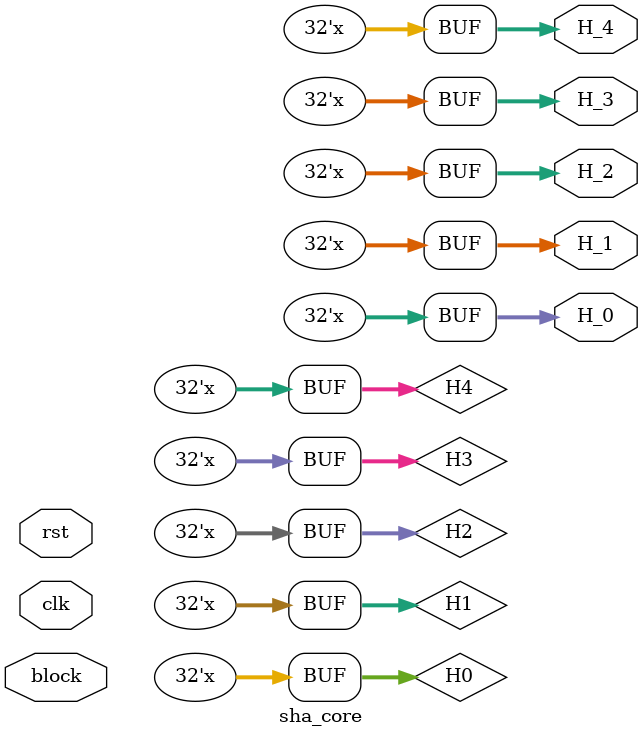
<source format=v>
`timescale 1ns / 1ps


module sha_core(
input clk,rst,
input [511:0] block,
output reg  [31:0] H_0,
output reg [31:0] H_1,
output reg [31:0] H_2,
output reg [31:0] H_3,
output reg [31:0] H_4
    );

reg [2:0] state ;
reg [2:0] next_state ;

reg [31 : 0] w_mem [79 : 0];

    
    //Intial H0 H1 H2 H3 H4
  parameter H0_0 = 32'h67452301;
  parameter H0_1 = 32'hefcdab89;
  parameter H0_2 = 32'h98badcfe;
  parameter H0_3 = 32'h10325476;
  parameter H0_4 = 32'hc3d2e1f0;
  
  //Active registers 
  reg [31 : 0] a, tmp_a;
  reg [31 : 0] b, tmp_b;
  reg [31 : 0] c;
  reg [31 : 0] d;
  reg [31 : 0] e;
  
//H
 reg [31 : 0] H0 ;
 reg [31 : 0] H1;
 reg [31 : 0] H2;
 reg [31 : 0] H3;
 reg [31 : 0] H4;
  
//F  T  K
  reg [31:0] F;
  reg [31:0] T;
  reg [31:0] K;  
  
reg [31 : 0] w_reg [3:0]; 
integer i,j; 
/////////////////////////
 


 ///////////////////////////////////////////////////////////////////////

    always @ (posedge clk or posedge rst) 
    begin: States
    if(rst) begin  
    state <= 0; 
            end
    
    else 
    state<=next_state; 
    
    end 
    //////////////////////////////////////////////////////////
    always@(state, block,rst)
    begin: STATE
       
       if(rst) begin  
       next_state = 0; 
        for (i = 0 ; i < 16 ; i = i + 1)begin
            w_mem[i] = 32'h0; end
            
              next_state<=0; 
                  end
                 
       else begin        
       
    case(state) 
    3'b000: begin //Set W 0-15
      
          w_mem[15] = block[511 : 480];
          w_mem[14] = block[479 : 448];
          w_mem[13] = block[447 : 416];
          w_mem[12] = block[415 : 384];
          w_mem[11] = block[383 : 352];
          w_mem[10] = block[351 : 320];
          w_mem[9] = block[319 : 288];
          w_mem[8] = block[287 : 256];
          w_mem[7] = block[255 : 224];
          w_mem[6] = block[223 : 192];
          w_mem[5] = block[191 : 160];
          w_mem[4] = block[159 : 128];
          w_mem[3] = block[127 : 96];
          w_mem[2] = block[95 : 64];
          w_mem[1] = block[63 : 32];
          w_mem[0] = block[31 : 0];

          next_state = 1; 
              
         end
        
    3'b001:    //Set W 16-79               
        begin: W_schedule
  
        for (i = 16 ; i < 80 ; i = i + 1)begin
            j = i -3; 
          w_reg[0] = w_mem[j];
            j =i - 8; 
          w_reg[1] = w_mem[j];
            j =i - 14; 
          w_reg[2] = w_mem[j];
           j =i - 16; 
           w_reg[3] = w_mem[j]; 
           
           w_mem[i] = {w_reg[0] ^ w_reg[1]^w_reg[2]^w_reg[3]}<<1;     
            end    
            
            a = H0_0;
            b= H0_1; 
            c = H0_2; 
            d = H0_3; 
            e = H0_4; 
            
            next_state = 2;  
            end  
           
            
    3'b010:  begin: Workingvariables_0_t_19
      
        for (i = 0 ; i < 20 ; i = i + 1)begin
         
            T = tmp_a +F + e + K +  w_mem[i];
            e = d; 
            d = c; 
            c = tmp_b; 
            b = a; 
            a = T; 
            
            
            end 
            next_state = 3; 
            end
           
      3'b011:  begin: Workingvariables_20_t_39
        //K = 32'h6ed9eba1;
       // F =( b ^ c ^ d );
       // tmp_a = (a<<5);
       // tmp_b = (b<<30); 
        
        for (i = 20 ; i < 39 ; i = i + 1)begin
            
            T = tmp_a +F + e + K +  w_mem[i];
            e = d; 
            d = c; 
            c = tmp_b; 
            b = a; 
            a = T;
            end 
            next_state = 4; 
            end
      
      3'b100:  begin: Workingvariables_40_t_59

        for (i = 39 ; i < 60 ; i = i + 1)begin
            
            T = tmp_a +F + e + K +  w_mem[i];
            e = d; 
            d = c; 
            c = tmp_b; 
            b = a; 
            a = T;
  
            end 
            next_state = 5; 
            end
   
        3'b101:  begin: Workingvariables_60_t_79
   
        for (i = 60 ; i < 79 ; i = i + 1)begin
            
            T = tmp_a +F + e + K +  w_mem[i];
            e = d; 
            d = c; 
            c = tmp_b; 
            b = a; 
            a = T;
  
            end
             
           next_state = 6; 
            end
      
      3'b110:  begin
      
            H0 = a + H0_0; 
            H1 = b + H0_1; 
            H2 = c + H0_2; 
           H3 = d + H0_3; 
            H4 = e + H0_4; 
               
           
            next_state = 7;   
                    end
      
    
    endcase
    end 
    end
    
    
    
 ///////////////////////////////////////////////////////////////////////

 ///////////////////////////////////////////////////////////////////////
 always@(state) 
 begin 
 if(state == 7)
 begin 
      H_0 = H0 ;
      H_1 = H1 ;
      H_2 = H2 ;
      H_3 = H3 ;
      H_4 = H4;
 
 end 
 
 end
 
 
 ///////////////////////////////////////////////////////////////////////

  always@(next_state)
    begin
    if (next_state == 2) begin
    K = 32'h5a827999 ;
    F =( (b & c) ^ (b & d) );
    tmp_a = (a<<5);
    tmp_b = (b<<30); 
    end
    
    if (next_state ==3)begin 
    K = 32'h6ed9eba1;
    F =( b ^ c ^ d );
    tmp_a = (a<<5);
    tmp_b = (b<<30); 
    end 
      if (next_state ==4)begin 
    K = 32'h8f1bbcdc ;
    F =( (b & c) ^ (b & d) ^ (c & d) );
    tmp_a = (a<<5);
    tmp_b = (b<<30); 
    end  
    
      if (next_state ==5)begin 
    K = 32'hca62c1d6;
    F =( b ^ c ^ d );
    tmp_a = (a<<5);
    tmp_b = (b<<30); 
    end 
   
   
    end
   
  ///////////////////////////////////////////////////////////////////////
  

 
   
endmodule


</source>
